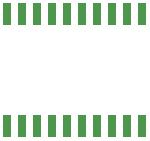
<source format=gbr>
%TF.GenerationSoftware,KiCad,Pcbnew,(5.1.6)-1*%
%TF.CreationDate,2020-09-22T22:22:24+03:00*%
%TF.ProjectId,ZX Keyboard logic,5a58204b-6579-4626-9f61-7264206c6f67,rev?*%
%TF.SameCoordinates,Original*%
%TF.FileFunction,Paste,Bot*%
%TF.FilePolarity,Positive*%
%FSLAX46Y46*%
G04 Gerber Fmt 4.6, Leading zero omitted, Abs format (unit mm)*
G04 Created by KiCad (PCBNEW (5.1.6)-1) date 2020-09-22 22:22:24*
%MOMM*%
%LPD*%
G01*
G04 APERTURE LIST*
%ADD10R,0.650000X1.950000*%
G04 APERTURE END LIST*
D10*
%TO.C,IC1*%
X56007000Y-99213000D03*
X57277000Y-99213000D03*
X58547000Y-99213000D03*
X59817000Y-99213000D03*
X61087000Y-99213000D03*
X62357000Y-99213000D03*
X63627000Y-99213000D03*
X64897000Y-99213000D03*
X66167000Y-99213000D03*
X67437000Y-99213000D03*
X67437000Y-89763000D03*
X66167000Y-89763000D03*
X64897000Y-89763000D03*
X63627000Y-89763000D03*
X62357000Y-89763000D03*
X61087000Y-89763000D03*
X59817000Y-89763000D03*
X58547000Y-89763000D03*
X57277000Y-89763000D03*
X56007000Y-89763000D03*
%TD*%
M02*

</source>
